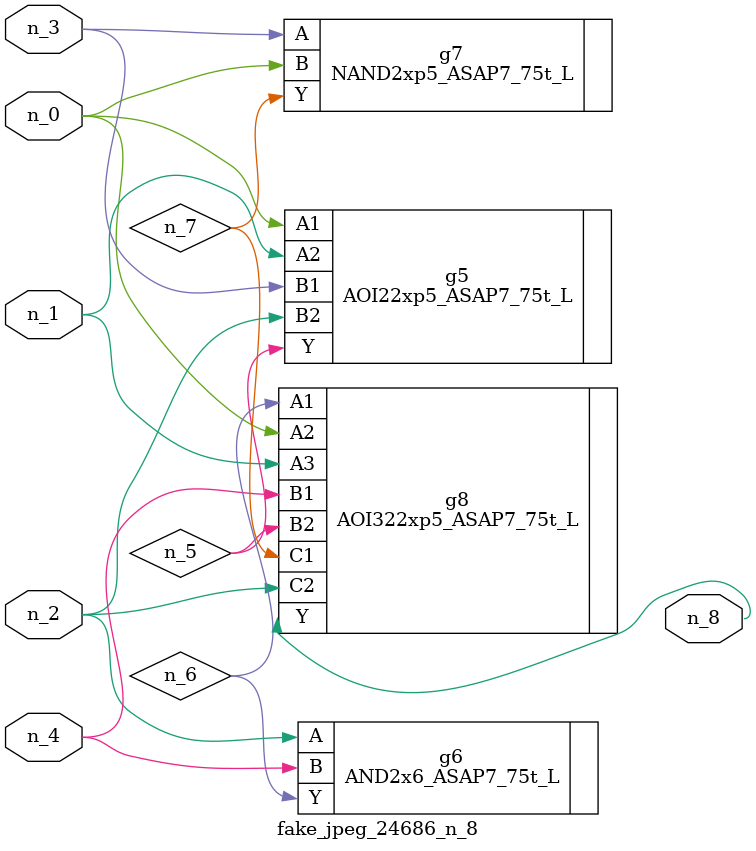
<source format=v>
module fake_jpeg_24686_n_8 (n_3, n_2, n_1, n_0, n_4, n_8);

input n_3;
input n_2;
input n_1;
input n_0;
input n_4;

output n_8;

wire n_6;
wire n_5;
wire n_7;

AOI22xp5_ASAP7_75t_L g5 ( 
.A1(n_0),
.A2(n_1),
.B1(n_3),
.B2(n_2),
.Y(n_5)
);

AND2x6_ASAP7_75t_L g6 ( 
.A(n_2),
.B(n_4),
.Y(n_6)
);

NAND2xp5_ASAP7_75t_L g7 ( 
.A(n_3),
.B(n_0),
.Y(n_7)
);

AOI322xp5_ASAP7_75t_L g8 ( 
.A1(n_6),
.A2(n_0),
.A3(n_1),
.B1(n_4),
.B2(n_5),
.C1(n_7),
.C2(n_2),
.Y(n_8)
);


endmodule
</source>
